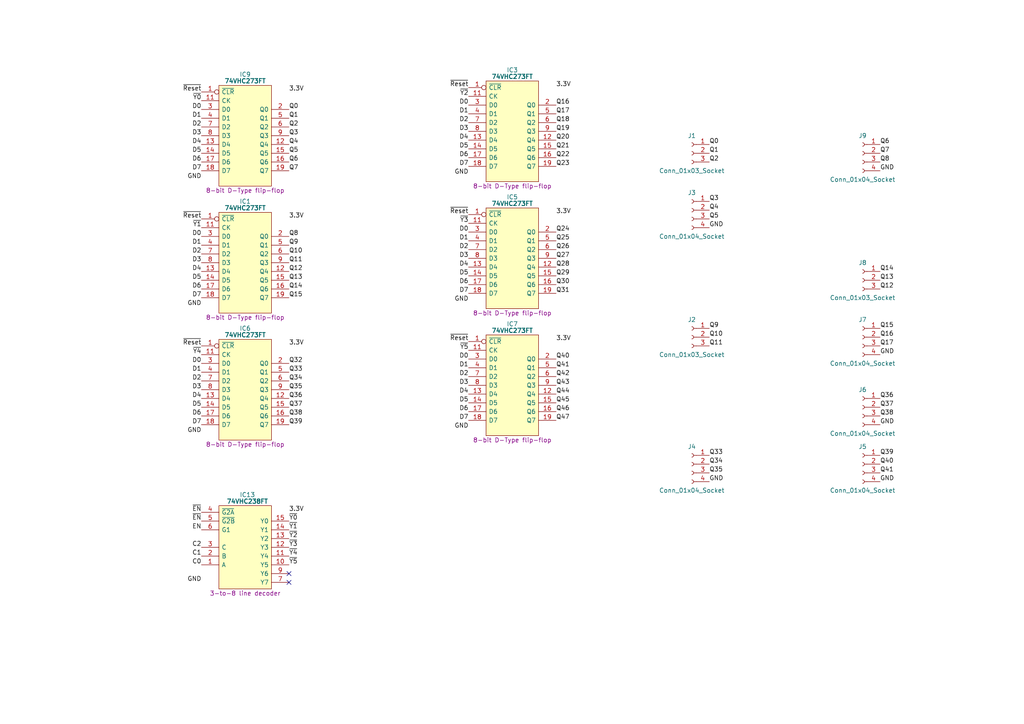
<source format=kicad_sch>
(kicad_sch (version 20231120) (generator "eeschema") (generator_version "8.0")
  (paper "A4")
  (lib_symbols
    (symbol "Connector:Conn_01x03_Socket" (pin_names (offset 1.016) hide)
      (property "Reference" "J" (at 0 5.08 0))
      (property "Value" "Conn_01x03_Socket" (at 0 -5.08 0))
      (symbol "Conn_01x03_Socket_1_1"
        (arc (start 0 -2.032) (mid -0.5058 -2.54) (end 0 -3.048) (stroke (width 0.1524)))
        (polyline (pts (xy -1.27 -2.54) (xy -0.508 -2.54)) (stroke (width 0.1524)))
        (polyline (pts (xy -1.27 0) (xy -0.508 0)) (stroke (width 0.1524)))
        (polyline (pts (xy -1.27 2.54) (xy -0.508 2.54)) (stroke (width 0.1524)))
        (arc (start 0 0.508) (mid -0.5058 0) (end 0 -0.508) (stroke (width 0.1524)))
        (arc (start 0 3.048) (mid -0.5058 2.54) (end 0 2.032) (stroke (width 0.1524)))
        (pin passive line (at -5.08 2.54 0) (length 3.81) (name "Pin_1") (number "1"))
        (pin passive line (at -5.08 0 0) (length 3.81) (name "Pin_2") (number "2"))
        (pin passive line (at -5.08 -2.54 0) (length 3.81) (name "Pin_3") (number "3"))
      )
    )
    (symbol "Connector:Conn_01x04_Socket" (pin_names (offset 1.016) hide)
      (property "Reference" "J" (at 0 5.08 0))
      (property "Value" "Conn_01x04_Socket" (at 0 -7.62 0))
      (symbol "Conn_01x04_Socket_1_1"
        (arc (start 0 -4.572) (mid -0.5058 -5.08) (end 0 -5.588) (stroke (width 0.1524)))
        (arc (start 0 -2.032) (mid -0.5058 -2.54) (end 0 -3.048) (stroke (width 0.1524)))
        (polyline (pts (xy -1.27 -5.08) (xy -0.508 -5.08)) (stroke (width 0.1524)))
        (polyline (pts (xy -1.27 -2.54) (xy -0.508 -2.54)) (stroke (width 0.1524)))
        (polyline (pts (xy -1.27 0) (xy -0.508 0)) (stroke (width 0.1524)))
        (polyline (pts (xy -1.27 2.54) (xy -0.508 2.54)) (stroke (width 0.1524)))
        (arc (start 0 0.508) (mid -0.5058 0) (end 0 -0.508) (stroke (width 0.1524)))
        (arc (start 0 3.048) (mid -0.5058 2.54) (end 0 2.032) (stroke (width 0.1524)))
        (pin passive line (at -5.08 2.54 0) (length 3.81) (name "Pin_1") (number "1"))
        (pin passive line (at -5.08 0 0) (length 3.81) (name "Pin_2") (number "2"))
        (pin passive line (at -5.08 -2.54 0) (length 3.81) (name "Pin_3") (number "3"))
        (pin passive line (at -5.08 -5.08 0) (length 3.81) (name "Pin_4") (number "4"))
      )
    )
    (symbol "Toshiba:74VHC238FT" (pin_names (offset 0.762))
      (property "Reference" "IC" (at 13.335 5.08 0))
      (property "Value" "74VHC238FT" (at 13.335 3.175 0))
      (property "Description" "3-to-8 line decoder\n" (at 12.7 -23.495 0))
      (symbol "74VHC238FT_0_0"
        (pin input line (at 0 -15.24 0) (length 5.08) (name "A") (number "1"))
        (pin output line (at 25.4 -15.24 180) (length 5.08) (name "Y5") (number "10"))
        (pin output line (at 25.4 -12.7 180) (length 5.08) (name "Y4") (number "11"))
        (pin output line (at 25.4 -10.16 180) (length 5.08) (name "Y3") (number "12"))
        (pin output line (at 25.4 -7.62 180) (length 5.08) (name "Y2") (number "13"))
        (pin output line (at 25.4 -5.08 180) (length 5.08) (name "Y1") (number "14"))
        (pin output line (at 25.4 -2.54 180) (length 5.08) (name "Y0") (number "15"))
        (pin input line (at 0 -12.7 0) (length 5.08) (name "B") (number "2"))
        (pin input line (at 0 -10.16 0) (length 5.08) (name "C") (number "3"))
        (pin input line (at 0 0 0) (length 5.08) (name "~{G2A}") (number "4"))
        (pin input line (at 0 -2.54 0) (length 5.08) (name "~{G2B}") (number "5"))
        (pin input line (at 0 -5.08 0) (length 5.08) (name "G1") (number "6"))
        (pin output line (at 25.4 -20.32 180) (length 5.08) (name "Y7") (number "7"))
        (pin output line (at 25.4 -17.78 180) (length 5.08) (name "Y6") (number "9"))
      )
      (symbol "74VHC238FT_0_1"
        (polyline (pts (xy 5.08 1.905) (xy 20.32 1.905) (xy 20.32 -22.225) (xy 5.08 -22.225) (xy 5.08 1.905)) (stroke (width 0.1524)) (fill (type background)))
      )
      (symbol "74VHC238FT_1_0"
        (pin passive line (at 25.4 0 180) (length 5.08) hide (name "5V") (number "16"))
        (pin passive line (at 0 -20.32 0) (length 5.08) hide (name "GND") (number "8"))
      )
    )
    (symbol "Toshiba:74VHC273FT" (pin_names (offset 0.762))
      (property "Reference" "IC" (at 12.7 5.08 0))
      (property "Value" "74VHC273FT" (at 12.7 3.175 0))
      (property "Description" "8-bit D-Type flip-flop" (at 12.7 -28.575 0))
      (symbol "74VHC273FT_0_0"
        (pin output line (at 25.4 -15.24 180) (length 5.08) (name "Q4") (number "12"))
        (pin input line (at 0 -15.24 0) (length 5.08) (name "D4") (number "13"))
        (pin input line (at 0 -17.78 0) (length 5.08) (name "D5") (number "14"))
        (pin output line (at 25.4 -17.78 180) (length 5.08) (name "Q5") (number "15"))
        (pin output line (at 25.4 -20.32 180) (length 5.08) (name "Q6") (number "16"))
        (pin input line (at 0 -20.32 0) (length 5.08) (name "D6") (number "17"))
        (pin input line (at 0 -22.86 0) (length 5.08) (name "D7") (number "18"))
        (pin output line (at 25.4 -22.86 180) (length 5.08) (name "Q7") (number "19"))
        (pin output line (at 25.4 -5.08 180) (length 5.08) (name "Q0") (number "2"))
        (pin input line (at 0 -5.08 0) (length 5.08) (name "D0") (number "3"))
        (pin input line (at 0 -7.62 0) (length 5.08) (name "D1") (number "4"))
        (pin output line (at 25.4 -7.62 180) (length 5.08) (name "Q1") (number "5"))
        (pin output line (at 25.4 -10.16 180) (length 5.08) (name "Q2") (number "6"))
        (pin input line (at 0 -10.16 0) (length 5.08) (name "D2") (number "7"))
        (pin input line (at 0 -12.7 0) (length 5.08) (name "D3") (number "8"))
        (pin output line (at 25.4 -12.7 180) (length 5.08) (name "Q3") (number "9"))
      )
      (symbol "74VHC273FT_0_1"
        (polyline (pts (xy 5.08 1.905) (xy 20.32 1.905) (xy 20.32 -27.305) (xy 5.08 -27.305) (xy 5.08 1.905)) (stroke (width 0.1524)) (fill (type background)))
      )
      (symbol "74VHC273FT_1_0"
        (pin input inverted (at 0 0 0) (length 5.08) (name "~{CLR}") (number "1"))
        (pin passive line (at 0 -25.4 0) (length 5.08) hide (name "GND") (number "10"))
        (pin input line (at 0 -2.54 0) (length 5.08) (name "CK") (number "11"))
        (pin passive line (at 25.4 0 180) (length 5.08) hide (name "5V") (number "20"))
      )
    )
  )
  (no_connect (at 83.82 168.91))
  (no_connect (at 83.82 166.37))
  (label "Q21" (at 161.29 43.18 0))
  (label "Q38" (at 83.82 120.65 0))
  (label "Q43" (at 161.29 111.76 0))
  (label "GND" (at 135.89 50.8 180))
  (label "D7" (at 58.42 123.19 180))
  (label "Q26" (at 161.29 72.39 0))
  (label "Q11" (at 83.82 76.2 0))
  (label "~{Reset}" (at 58.42 26.67 180))
  (label "D2" (at 58.42 110.49 180))
  (label "GND" (at 58.42 168.91 180))
  (label "GND" (at 58.42 52.07 180))
  (label "Q6" (at 255.27 41.91 0))
  (label "Q47" (at 161.29 121.92 0))
  (label "Q16" (at 161.29 30.48 0))
  (label "~{Y5}" (at 83.82 163.83 0))
  (label "D3" (at 58.42 76.2 180))
  (label "Q1" (at 83.82 34.29 0))
  (label "~{Y3}" (at 83.82 158.75 0))
  (label "D2" (at 135.89 72.39 180))
  (label "Q5" (at 83.82 44.45 0))
  (label "GND" (at 320.04 86.36 0))
  (label "~{Y1}" (at 83.82 153.67 0))
  (label "D5" (at 58.42 44.45 180))
  (label "Q25" (at 369.57 97.79 0))
  (label "Q30" (at 161.29 82.55 0))
  (label "Q32" (at 320.04 83.82 0))
  (label "D2" (at 135.89 35.56 180))
  (label "D4" (at 58.42 115.57 180))
  (label "GND" (at 135.89 87.63 180))
  (label "Q29" (at 369.57 83.82 0))
  (label "Q25" (at 161.29 69.85 0))
  (label "D7" (at 135.89 121.92 180))
  (label "D0" (at 135.89 104.14 180))
  (label "Q14" (at 83.82 83.82 0))
  (label "C1" (at 58.42 161.29 180))
  (label "Q43" (at 320.04 118.11 0))
  (label "Q12" (at 255.27 83.82 0))
  (label "Q10" (at 205.74 97.79 0))
  (label "GND" (at 369.57 86.36 0))
  (label "Q37" (at 255.27 118.11 0))
  (label "Q45" (at 161.29 116.84 0))
  (label "D1" (at 135.89 106.68 180))
  (label "Q28" (at 369.57 81.28 0))
  (label "Q15" (at 83.82 86.36 0))
  (label "3.3V" (at 161.29 62.23 0))
  (label "Q2" (at 83.82 36.83 0))
  (label "D4" (at 135.89 114.3 180))
  (label "D3" (at 58.42 113.03 180))
  (label "Q36" (at 83.82 115.57 0))
  (label "Q27" (at 161.29 74.93 0))
  (label "Q15" (at 255.27 95.25 0))
  (label "Q41" (at 255.27 137.16 0))
  (label "D7" (at 58.42 49.53 180))
  (label "D4" (at 58.42 41.91 180))
  (label "Q13" (at 255.27 81.28 0))
  (label "C2" (at 58.42 158.75 180))
  (label "Q31" (at 161.29 85.09 0))
  (label "~{Reset}" (at 135.89 25.4 180))
  (label "Q31" (at 320.04 81.28 0))
  (label "3.3V" (at 83.82 148.59 0))
  (label "D3" (at 135.89 38.1 180))
  (label "3.3V" (at 161.29 25.4 0))
  (label "D6" (at 135.89 45.72 180))
  (label "D5" (at 58.42 118.11 180))
  (label "Q36" (at 255.27 115.57 0))
  (label "Q17" (at 255.27 100.33 0))
  (label "GND" (at 135.89 124.46 180))
  (label "Q14" (at 255.27 78.74 0))
  (label "Q5" (at 205.74 63.5 0))
  (label "D1" (at 135.89 33.02 180))
  (label "~{EN}" (at 58.42 148.59 180))
  (label "Q40" (at 255.27 134.62 0))
  (label "D6" (at 58.42 83.82 180))
  (label "Q34" (at 83.82 110.49 0))
  (label "~{Y5}" (at 135.89 101.6 180))
  (label "Q18" (at 161.29 35.56 0))
  (label "3.3V" (at 83.82 26.67 0))
  (label "Q0" (at 83.82 31.75 0))
  (label "Q26" (at 369.57 100.33 0))
  (label "Q44" (at 320.04 120.65 0))
  (label "Q8" (at 255.27 46.99 0))
  (label "~{EN}" (at 58.42 151.13 180))
  (label "D7" (at 135.89 85.09 180))
  (label "D4" (at 135.89 40.64 180))
  (label "D2" (at 135.89 109.22 180))
  (label "Q42" (at 320.04 115.57 0))
  (label "Q16" (at 255.27 97.79 0))
  (label "Q4" (at 83.82 41.91 0))
  (label "D0" (at 58.42 31.75 180))
  (label "Q3" (at 205.74 58.42 0))
  (label "Q33" (at 205.74 132.08 0))
  (label "D0" (at 135.89 67.31 180))
  (label "GND" (at 205.74 139.7 0))
  (label "Q44" (at 161.29 114.3 0))
  (label "Q11" (at 205.74 100.33 0))
  (label "Q37" (at 83.82 118.11 0))
  (label "Q13" (at 83.82 81.28 0))
  (label "D1" (at 135.89 69.85 180))
  (label "GND" (at 205.74 66.04 0))
  (label "~{Y2}" (at 135.89 27.94 180))
  (label "~{Reset}" (at 58.42 63.5 180))
  (label "D1" (at 58.42 71.12 180))
  (label "Q6" (at 83.82 46.99 0))
  (label "Q27" (at 369.57 78.74 0))
  (label "~{Reset}" (at 135.89 99.06 180))
  (label "D5" (at 135.89 116.84 180))
  (label "3.3V" (at 83.82 63.5 0))
  (label "Q12" (at 83.82 78.74 0))
  (label "D7" (at 135.89 48.26 180))
  (label "Q10" (at 83.82 73.66 0))
  (label "D3" (at 135.89 111.76 180))
  (label "EN" (at 58.42 153.67 180))
  (label "D0" (at 135.89 30.48 180))
  (label "Q8" (at 83.82 68.58 0))
  (label "~{Reset}" (at 135.89 62.23 180))
  (label "Q29" (at 161.29 80.01 0))
  (label "~{Y0}" (at 83.82 151.13 0))
  (label "GND" (at 58.42 125.73 180))
  (label "Q9" (at 83.82 71.12 0))
  (label "D5" (at 58.42 81.28 180))
  (label "Q39" (at 83.82 123.19 0))
  (label "D2" (at 58.42 36.83 180))
  (label "Q38" (at 255.27 120.65 0))
  (label "Q7" (at 255.27 44.45 0))
  (label "Q39" (at 255.27 132.08 0))
  (label "Q4" (at 205.74 60.96 0))
  (label "Q20" (at 161.29 40.64 0))
  (label "Q1" (at 205.74 44.45 0))
  (label "Q35" (at 205.74 137.16 0))
  (label "Q17" (at 161.29 33.02 0))
  (label "~{Y4}" (at 58.42 102.87 180))
  (label "D4" (at 135.89 77.47 180))
  (label "GND" (at 58.42 88.9 180))
  (label "Q41" (at 161.29 106.68 0))
  (label "Q34" (at 205.74 134.62 0))
  (label "Q22" (at 320.04 60.96 0))
  (label "D3" (at 58.42 39.37 180))
  (label "Q2" (at 205.74 46.99 0))
  (label "Q35" (at 83.82 113.03 0))
  (label "~{Y0}" (at 58.42 29.21 180))
  (label "GND" (at 369.57 102.87 0))
  (label "Q0" (at 205.74 41.91 0))
  (label "D0" (at 58.42 105.41 180))
  (label "GND" (at 255.27 49.53 0))
  (label "Q9" (at 205.74 95.25 0))
  (label "Q28" (at 161.29 77.47 0))
  (label "Q40" (at 161.29 104.14 0))
  (label "D6" (at 58.42 120.65 180))
  (label "Q18" (at 320.04 41.91 0))
  (label "Q32" (at 83.82 105.41 0))
  (label "Q46" (at 161.29 119.38 0))
  (label "Q19" (at 320.04 44.45 0))
  (label "Q22" (at 161.29 45.72 0))
  (label "~{Y2}" (at 83.82 156.21 0))
  (label "~{Y3}" (at 135.89 64.77 180))
  (label "D5" (at 135.89 43.18 180))
  (label "Q21" (at 320.04 58.42 0))
  (label "D6" (at 135.89 82.55 180))
  (label "~{Reset}" (at 58.42 100.33 180))
  (label "D4" (at 58.42 78.74 180))
  (label "Q24" (at 369.57 95.25 0))
  (label "Q23" (at 320.04 63.5 0))
  (label "D6" (at 135.89 119.38 180))
  (label "D0" (at 58.42 68.58 180))
  (label "D1" (at 58.42 34.29 180))
  (label "D6" (at 58.42 46.99 180))
  (label "D5" (at 135.89 80.01 180))
  (label "D1" (at 58.42 107.95 180))
  (label "D3" (at 135.89 74.93 180))
  (label "~{Y1}" (at 58.42 66.04 180))
  (label "Q24" (at 161.29 67.31 0))
  (label "C0" (at 58.42 163.83 180))
  (label "~{Y4}" (at 83.82 161.29 0))
  (label "GND" (at 255.27 123.19 0))
  (label "GND" (at 255.27 139.7 0))
  (label "Q45" (at 320.04 132.08 0))
  (label "D2" (at 58.42 73.66 180))
  (label "3.3V" (at 161.29 99.06 0))
  (label "Q42" (at 161.29 109.22 0))
  (label "Q33" (at 83.82 107.95 0))
  (label "Q7" (at 83.82 49.53 0))
  (label "Q47" (at 320.04 137.16 0))
  (label "Q46" (at 320.04 134.62 0))
  (label "Q23" (at 161.29 48.26 0))
  (label "Q19" (at 161.29 38.1 0))
  (label "3.3V" (at 83.82 100.33 0))
  (label "Q3" (at 83.82 39.37 0))
  (label "D7" (at 58.42 86.36 180))
  (label "GND" (at 255.27 102.87 0))
  (label "Q20" (at 320.04 46.99 0))
  (label "Q30" (at 320.04 78.74 0))
  (symbol (lib_id "Connector:Conn_01x04_Socket") (at 364.49 81.28 0) (mirror y) (unit 1)
    (property "Reference" "J15" (at 364.49 76.2 0))
    (property "Value" "Conn_01x04_Socket" (at 364.49 88.9 0))
    (property "Footprint" "SamacSys_Parts:LED_Connector_4_SMD" (effects (hide yes)))
    (property "Description" "Generic connector, single row, 01x04, script generated" (effects (hide yes)))
  )
  (symbol (lib_id "Connector:Conn_01x04_Socket") (at 364.49 97.79 0) (mirror y) (unit 1)
    (property "Reference" "J16" (at 364.49 92.71 0))
    (property "Value" "Conn_01x04_Socket" (at 364.49 105.41 0))
    (property "Footprint" "SamacSys_Parts:LED_Connector_4_SMD" (effects (hide yes)))
    (property "Description" "Generic connector, single row, 01x04, script generated" (effects (hide yes)))
  )
  (symbol (lib_id "Toshiba:74VHC273FT") (at 58.42 63.5 0) (unit 1)
    (property "Reference" "IC1" (at 71.12 58.42 0))
    (property "Value" "74VHC273FT" (at 71.12 60.325 0) (effects (font (bold yes))))
    (property "Footprint" "SamacSys_Parts:SOP65P640X110-20N" (effects (hide yes)))
    (property "Description" "8-bit D-Type flip-flop" (at 71.12 92.075 0))
    (property "Height" "1.1" (effects (hide yes)))
    (property "Manufacturer_Name" "Nexperia" (effects (hide yes)))
    (property "Manufacturer_Part_Number" "74VHC273FT" (effects (hide yes)))
    (property "Silkscreen" "74VHC273" (effects (hide yes)))
  )
  (symbol (lib_id "Connector:Conn_01x04_Socket") (at 200.66 60.96 0) (mirror y) (unit 1)
    (property "Reference" "J3" (at 200.66 55.88 0))
    (property "Value" "Conn_01x04_Socket" (at 200.66 68.58 0))
    (property "Footprint" "SamacSys_Parts:LED_Connector_4_SMD" (effects (hide yes)))
    (property "Description" "Generic connector, single row, 01x04, script generated" (effects (hide yes)))
  )
  (symbol (lib_id "Connector:Conn_01x04_Socket") (at 200.66 134.62 0) (mirror y) (unit 1)
    (property "Reference" "J4" (at 200.66 129.54 0))
    (property "Value" "Conn_01x04_Socket" (at 200.66 142.24 0))
    (property "Footprint" "SamacSys_Parts:LED_Connector_4_SMD" (effects (hide yes)))
    (property "Description" "Generic connector, single row, 01x04, script generated" (effects (hide yes)))
  )
  (symbol (lib_id "Connector:Conn_01x04_Socket") (at 250.19 134.62 0) (mirror y) (unit 1)
    (property "Reference" "J5" (at 250.19 129.54 0))
    (property "Value" "Conn_01x04_Socket" (at 250.19 142.24 0))
    (property "Footprint" "SamacSys_Parts:LED_Connector_4_SMD" (effects (hide yes)))
    (property "Description" "Generic connector, single row, 01x04, script generated" (effects (hide yes)))
  )
  (symbol (lib_id "Connector:Conn_01x03_Socket") (at 250.19 81.28 0) (mirror y) (unit 1)
    (property "Reference" "J8" (at 250.19 76.2 0))
    (property "Value" "Conn_01x03_Socket" (at 250.19 86.36 0))
    (property "Footprint" "SamacSys_Parts:LED_Connector_3_SMD" (effects (hide yes)))
    (property "Description" "Generic connector, single row, 01x03, script generated" (effects (hide yes)))
  )
  (symbol (lib_id "Connector:Conn_01x03_Socket") (at 200.66 97.79 0) (mirror y) (unit 1)
    (property "Reference" "J2" (at 200.66 92.71 0))
    (property "Value" "Conn_01x03_Socket" (at 200.66 102.87 0))
    (property "Footprint" "SamacSys_Parts:LED_Connector_3_SMD" (effects (hide yes)))
    (property "Description" "Generic connector, single row, 01x03, script generated" (effects (hide yes)))
  )
  (symbol (lib_id "Connector:Conn_01x03_Socket") (at 200.66 44.45 0) (mirror y) (unit 1)
    (property "Reference" "J1" (at 200.66 39.37 0))
    (property "Value" "Conn_01x03_Socket" (at 200.66 49.53 0))
    (property "Footprint" "SamacSys_Parts:LED_Connector_3_SMD" (effects (hide yes)))
    (property "Description" "Generic connector, single row, 01x03, script generated" (effects (hide yes)))
  )
  (symbol (lib_id "Connector:Conn_01x04_Socket") (at 250.19 97.79 0) (mirror y) (unit 1)
    (property "Reference" "J7" (at 250.19 92.71 0))
    (property "Value" "Conn_01x04_Socket" (at 250.19 105.41 0))
    (property "Footprint" "SamacSys_Parts:LED_Connector_4_SMD" (effects (hide yes)))
    (property "Description" "Generic connector, single row, 01x04, script generated" (effects (hide yes)))
  )
  (symbol (lib_id "Connector:Conn_01x03_Socket") (at 314.96 44.45 0) (mirror y) (unit 1)
    (property "Reference" "J14" (at 314.96 39.37 0))
    (property "Value" "Conn_01x03_Socket" (at 314.96 49.53 0))
    (property "Footprint" "SamacSys_Parts:LED_Connector_3_SMD" (effects (hide yes)))
    (property "Description" "Generic connector, single row, 01x03, script generated" (effects (hide yes)))
  )
  (symbol (lib_id "Connector:Conn_01x03_Socket") (at 314.96 118.11 0) (mirror y) (unit 1)
    (property "Reference" "J11" (at 314.96 113.03 0))
    (property "Value" "Conn_01x03_Socket" (at 314.96 123.19 0))
    (property "Footprint" "SamacSys_Parts:LED_Connector_3_SMD" (effects (hide yes)))
    (property "Description" "Generic connector, single row, 01x03, script generated" (effects (hide yes)))
  )
  (symbol (lib_id "Toshiba:74VHC273FT") (at 58.42 100.33 0) (unit 1)
    (property "Reference" "IC6" (at 71.12 95.25 0))
    (property "Value" "74VHC273FT" (at 71.12 97.155 0) (effects (font (bold yes))))
    (property "Footprint" "SamacSys_Parts:SOP65P640X110-20N" (effects (hide yes)))
    (property "Description" "8-bit D-Type flip-flop" (at 71.12 128.905 0))
    (property "Height" "1.1" (effects (hide yes)))
    (property "Manufacturer_Name" "Nexperia" (effects (hide yes)))
    (property "Manufacturer_Part_Number" "74VHC273FT" (effects (hide yes)))
    (property "Silkscreen" "74VHC273" (effects (hide yes)))
  )
  (symbol (lib_id "Connector:Conn_01x04_Socket") (at 250.19 44.45 0) (mirror y) (unit 1)
    (property "Reference" "J9" (at 250.19 39.37 0))
    (property "Value" "Conn_01x04_Socket" (at 250.19 52.07 0))
    (property "Footprint" "SamacSys_Parts:LED_Connector_4_SMD" (effects (hide yes)))
    (property "Description" "Generic connector, single row, 01x04, script generated" (effects (hide yes)))
  )
  (symbol (lib_id "Toshiba:74VHC273FT") (at 135.89 62.23 0) (unit 1)
    (property "Reference" "IC5" (at 148.59 57.15 0))
    (property "Value" "74VHC273FT" (at 148.59 59.055 0) (effects (font (bold yes))))
    (property "Footprint" "SamacSys_Parts:SOP65P640X110-20N" (effects (hide yes)))
    (property "Description" "8-bit D-Type flip-flop" (at 148.59 90.805 0))
    (property "Height" "1.1" (effects (hide yes)))
    (property "Manufacturer_Name" "Nexperia" (effects (hide yes)))
    (property "Manufacturer_Part_Number" "74VHC273FT" (effects (hide yes)))
    (property "Silkscreen" "74VHC273" (effects (hide yes)))
  )
  (symbol (lib_id "Toshiba:74VHC273FT") (at 135.89 99.06 0) (unit 1)
    (property "Reference" "IC7" (at 148.59 93.98 0))
    (property "Value" "74VHC273FT" (at 148.59 95.885 0) (effects (font (bold yes))))
    (property "Footprint" "SamacSys_Parts:SOP65P640X110-20N" (effects (hide yes)))
    (property "Description" "8-bit D-Type flip-flop" (at 148.59 127.635 0))
    (property "Height" "1.1" (effects (hide yes)))
    (property "Manufacturer_Name" "Nexperia" (effects (hide yes)))
    (property "Manufacturer_Part_Number" "74VHC273FT" (effects (hide yes)))
    (property "Silkscreen" "74VHC273" (effects (hide yes)))
  )
  (symbol (lib_id "Connector:Conn_01x03_Socket") (at 314.96 134.62 0) (mirror y) (unit 1)
    (property "Reference" "J10" (at 314.96 129.54 0))
    (property "Value" "Conn_01x03_Socket" (at 314.96 139.7 0))
    (property "Footprint" "SamacSys_Parts:LED_Connector_3_SMD" (effects (hide yes)))
    (property "Description" "Generic connector, single row, 01x03, script generated" (effects (hide yes)))
  )
  (symbol (lib_id "Toshiba:74VHC273FT") (at 135.89 25.4 0) (unit 1)
    (property "Reference" "IC3" (at 148.59 20.32 0))
    (property "Value" "74VHC273FT" (at 148.59 22.225 0) (effects (font (bold yes))))
    (property "Footprint" "SamacSys_Parts:SOP65P640X110-20N" (effects (hide yes)))
    (property "Description" "8-bit D-Type flip-flop" (at 148.59 53.975 0))
    (property "Height" "1.1" (effects (hide yes)))
    (property "Manufacturer_Name" "Nexperia" (effects (hide yes)))
    (property "Manufacturer_Part_Number" "74VHC273FT" (effects (hide yes)))
    (property "Silkscreen" "74VHC273" (effects (hide yes)))
  )
  (symbol (lib_id "Toshiba:74VHC238FT") (at 58.42 148.59 0) (unit 1)
    (property "Reference" "IC13" (at 71.755 143.51 0))
    (property "Value" "74VHC238FT" (at 71.755 145.415 0) (effects (font (bold yes))))
    (property "Footprint" "SamacSys_Parts:SOP65P640X120-16N" (effects (hide yes)))
    (property "Description" "3-to-8 line decoder" (at 71.12 172.085 0))
    (property "Height" "1.2" (effects (hide yes)))
    (property "Mouser Part Number" "757-74VHC238FT" (effects (hide yes)))
    (property "Mouser Price/Stock" "https://www.mouser.co.uk/ProductDetail/Toshiba/74VHC238FT?qs=byeeYqUIh0Pl5hUxTthlPw%3D%3D" (effects (hide yes)))
    (property "Manufacturer_Name" "Toshiba" (effects (hide yes)))
    (property "Manufacturer_Part_Number" "74VHC238FT" (effects (hide yes)))
    (property "Silkscreen" "74VHC238FT" (effects (hide yes)))
  )
  (symbol (lib_id "Connector:Conn_01x04_Socket") (at 314.96 81.28 0) (mirror y) (unit 1)
    (property "Reference" "J12" (at 314.96 76.2 0))
    (property "Value" "Conn_01x04_Socket" (at 314.96 88.9 0))
    (property "Footprint" "SamacSys_Parts:LED_Connector_4_SMD" (effects (hide yes)))
    (property "Description" "Generic connector, single row, 01x04, script generated" (effects (hide yes)))
  )
  (symbol (lib_id "Connector:Conn_01x04_Socket") (at 250.19 118.11 0) (mirror y) (unit 1)
    (property "Reference" "J6" (at 250.19 113.03 0))
    (property "Value" "Conn_01x04_Socket" (at 250.19 125.73 0))
    (property "Footprint" "SamacSys_Parts:LED_Connector_4_SMD" (effects (hide yes)))
    (property "Description" "Generic connector, single row, 01x04, script generated" (effects (hide yes)))
  )
  (symbol (lib_id "Connector:Conn_01x03_Socket") (at 314.96 60.96 0) (mirror y) (unit 1)
    (property "Reference" "J13" (at 314.96 55.88 0))
    (property "Value" "Conn_01x03_Socket" (at 314.96 66.04 0))
    (property "Footprint" "SamacSys_Parts:LED_Connector_3_SMD" (effects (hide yes)))
    (property "Description" "Generic connector, single row, 01x03, script generated" (effects (hide yes)))
  )
  (symbol (lib_id "Toshiba:74VHC273FT") (at 58.42 26.67 0) (unit 1)
    (property "Reference" "IC9" (at 71.12 21.59 0))
    (property "Value" "74VHC273FT" (at 71.12 23.495 0) (effects (font (bold yes))))
    (property "Footprint" "SamacSys_Parts:SOP65P640X110-20N" (effects (hide yes)))
    (property "Description" "8-bit D-Type flip-flop" (at 71.12 55.245 0))
    (property "Height" "1.1" (effects (hide yes)))
    (property "Manufacturer_Name" "Nexperia" (effects (hide yes)))
    (property "Manufacturer_Part_Number" "74VHC273FT" (effects (hide yes)))
    (property "Silkscreen" "74VHC273" (effects (hide yes)))
  )
)
</source>
